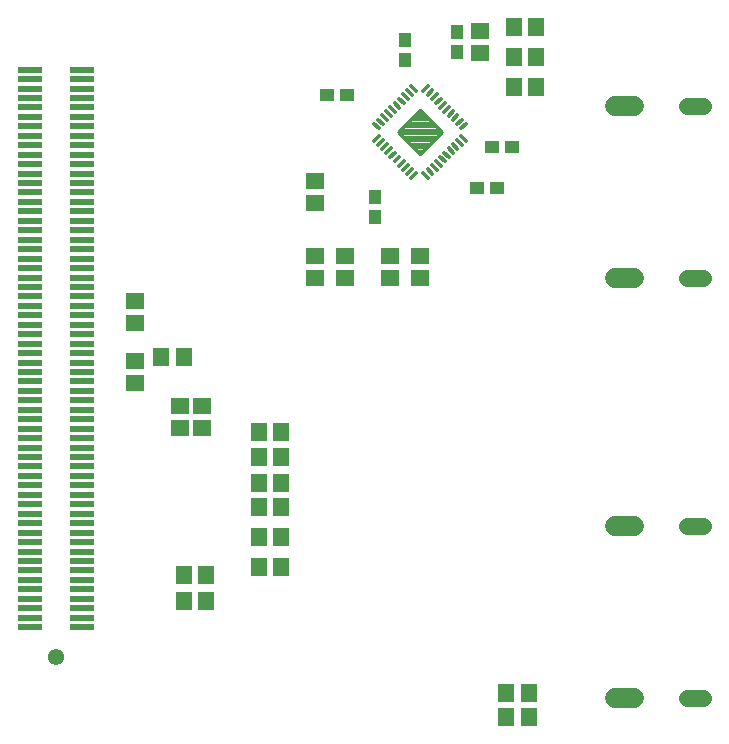
<source format=gbs>
G75*
%MOIN*%
%OFA0B0*%
%FSLAX25Y25*%
%IPPOS*%
%LPD*%
%AMOC8*
5,1,8,0,0,1.08239X$1,22.5*
%
%ADD10R,0.08300X0.02300*%
%ADD11C,0.05450*%
%ADD12R,0.06106X0.05318*%
%ADD13R,0.05318X0.06106*%
%ADD14C,0.06696*%
%ADD15C,0.05515*%
%ADD16C,0.01302*%
%ADD17C,0.01162*%
%ADD18R,0.04137X0.04531*%
%ADD19R,0.04531X0.04137*%
D10*
X0046800Y0062815D03*
X0046800Y0065965D03*
X0046800Y0069114D03*
X0046800Y0072264D03*
X0046800Y0075413D03*
X0046800Y0078563D03*
X0046800Y0081713D03*
X0046800Y0084862D03*
X0046800Y0088012D03*
X0046800Y0091162D03*
X0046800Y0094311D03*
X0046800Y0097461D03*
X0046800Y0100610D03*
X0046800Y0103760D03*
X0046800Y0106910D03*
X0046800Y0110059D03*
X0046800Y0113209D03*
X0046800Y0116358D03*
X0046800Y0119508D03*
X0046800Y0122658D03*
X0046800Y0125807D03*
X0046800Y0128957D03*
X0046800Y0132106D03*
X0046800Y0135256D03*
X0046800Y0138406D03*
X0046800Y0141555D03*
X0046800Y0144705D03*
X0046800Y0147854D03*
X0046800Y0151004D03*
X0046800Y0154154D03*
X0046800Y0157303D03*
X0046800Y0160453D03*
X0046800Y0163602D03*
X0046800Y0166752D03*
X0046800Y0169902D03*
X0046800Y0173051D03*
X0046800Y0176201D03*
X0046800Y0179351D03*
X0046800Y0182500D03*
X0046800Y0185650D03*
X0046800Y0188799D03*
X0046800Y0191949D03*
X0046800Y0195099D03*
X0046800Y0198248D03*
X0046800Y0201398D03*
X0046800Y0204547D03*
X0046800Y0207697D03*
X0046800Y0210847D03*
X0046800Y0213996D03*
X0046800Y0217146D03*
X0046800Y0220295D03*
X0046800Y0223445D03*
X0046800Y0226595D03*
X0046800Y0229744D03*
X0046800Y0232894D03*
X0046800Y0236043D03*
X0046800Y0239193D03*
X0046800Y0242343D03*
X0046800Y0245492D03*
X0046800Y0248642D03*
X0064123Y0248642D03*
X0064123Y0245492D03*
X0064123Y0242343D03*
X0064123Y0239193D03*
X0064123Y0236043D03*
X0064123Y0232894D03*
X0064123Y0229744D03*
X0064123Y0226595D03*
X0064123Y0223445D03*
X0064123Y0220295D03*
X0064123Y0217146D03*
X0064123Y0213996D03*
X0064123Y0210847D03*
X0064123Y0207697D03*
X0064123Y0204547D03*
X0064123Y0201398D03*
X0064123Y0198248D03*
X0064123Y0195099D03*
X0064123Y0191949D03*
X0064123Y0188799D03*
X0064123Y0185650D03*
X0064123Y0182500D03*
X0064123Y0179351D03*
X0064123Y0176201D03*
X0064123Y0173051D03*
X0064123Y0169902D03*
X0064123Y0166752D03*
X0064123Y0163602D03*
X0064123Y0160453D03*
X0064123Y0157303D03*
X0064123Y0154154D03*
X0064123Y0151004D03*
X0064123Y0147854D03*
X0064123Y0144705D03*
X0064123Y0141555D03*
X0064123Y0138406D03*
X0064123Y0135256D03*
X0064123Y0132106D03*
X0064123Y0128957D03*
X0064123Y0125807D03*
X0064123Y0122658D03*
X0064123Y0119508D03*
X0064123Y0116358D03*
X0064123Y0113209D03*
X0064123Y0110059D03*
X0064123Y0106910D03*
X0064123Y0103760D03*
X0064123Y0100610D03*
X0064123Y0097461D03*
X0064123Y0094311D03*
X0064123Y0091162D03*
X0064123Y0088012D03*
X0064123Y0084862D03*
X0064123Y0081713D03*
X0064123Y0078563D03*
X0064123Y0075413D03*
X0064123Y0072264D03*
X0064123Y0069114D03*
X0064123Y0065965D03*
X0064123Y0062815D03*
D11*
X0055500Y0052915D03*
D12*
X0096800Y0129075D03*
X0096800Y0136555D03*
X0104300Y0136555D03*
X0104300Y0129075D03*
X0081800Y0144075D03*
X0081800Y0151555D03*
X0081800Y0164075D03*
X0081800Y0171555D03*
X0141800Y0179075D03*
X0141800Y0186555D03*
X0151800Y0186555D03*
X0151800Y0179075D03*
X0166800Y0179075D03*
X0166800Y0186555D03*
X0176800Y0186555D03*
X0176800Y0179075D03*
X0141800Y0204075D03*
X0141800Y0211555D03*
X0196800Y0254075D03*
X0196800Y0261555D03*
D13*
X0208060Y0262815D03*
X0215540Y0262815D03*
X0215540Y0252815D03*
X0208060Y0252815D03*
X0208060Y0242815D03*
X0215540Y0242815D03*
X0130540Y0127815D03*
X0123060Y0127815D03*
X0123060Y0119690D03*
X0130540Y0119690D03*
X0130540Y0110940D03*
X0123060Y0110940D03*
X0123060Y0102815D03*
X0130540Y0102815D03*
X0130540Y0092815D03*
X0123060Y0092815D03*
X0123060Y0082815D03*
X0130540Y0082815D03*
X0105540Y0080315D03*
X0098060Y0080315D03*
X0098060Y0071565D03*
X0105540Y0071565D03*
X0098040Y0152815D03*
X0090560Y0152815D03*
X0205560Y0040940D03*
X0213040Y0040940D03*
X0213040Y0032815D03*
X0205560Y0032815D03*
D14*
X0241859Y0039272D02*
X0248355Y0039272D01*
X0248355Y0096358D02*
X0241859Y0096358D01*
X0241859Y0179272D02*
X0248355Y0179272D01*
X0248355Y0236358D02*
X0241859Y0236358D01*
D15*
X0265914Y0236358D02*
X0271229Y0236358D01*
X0271229Y0179272D02*
X0265914Y0179272D01*
X0265914Y0096358D02*
X0271229Y0096358D01*
X0271229Y0039272D02*
X0265914Y0039272D01*
D16*
X0179611Y0212476D02*
X0178025Y0214062D01*
X0179417Y0215454D02*
X0181003Y0213868D01*
X0182395Y0215260D02*
X0180809Y0216846D01*
X0182201Y0218238D02*
X0183787Y0216652D01*
X0185179Y0218044D02*
X0183593Y0219630D01*
X0184985Y0221022D02*
X0186571Y0219436D01*
X0187963Y0220828D02*
X0186377Y0222414D01*
X0187769Y0223806D02*
X0189355Y0222220D01*
X0190747Y0223612D02*
X0189161Y0225198D01*
X0190553Y0226590D02*
X0192139Y0225004D01*
X0190553Y0229040D02*
X0192139Y0230626D01*
X0190747Y0232018D02*
X0189161Y0230432D01*
X0187769Y0231824D02*
X0189355Y0233410D01*
X0187963Y0234802D02*
X0186377Y0233216D01*
X0184985Y0234608D02*
X0186571Y0236194D01*
X0185179Y0237586D02*
X0183593Y0236000D01*
X0182201Y0237392D02*
X0183787Y0238978D01*
X0182395Y0240370D02*
X0180809Y0238784D01*
X0179417Y0240176D02*
X0181003Y0241762D01*
X0179611Y0243154D02*
X0178025Y0241568D01*
X0175575Y0241568D02*
X0173989Y0243154D01*
X0172597Y0241762D02*
X0174183Y0240176D01*
X0172791Y0238784D02*
X0171205Y0240370D01*
X0169813Y0238978D02*
X0171399Y0237392D01*
X0170007Y0236000D02*
X0168421Y0237586D01*
X0167029Y0236194D02*
X0168615Y0234608D01*
X0167223Y0233216D02*
X0165637Y0234802D01*
X0164245Y0233410D02*
X0165831Y0231824D01*
X0164439Y0230432D02*
X0162853Y0232018D01*
X0161461Y0230626D02*
X0163047Y0229040D01*
X0163047Y0226590D02*
X0161461Y0225004D01*
X0162853Y0223612D02*
X0164439Y0225198D01*
X0165831Y0223806D02*
X0164245Y0222220D01*
X0165637Y0220828D02*
X0167223Y0222414D01*
X0168615Y0221022D02*
X0167029Y0219436D01*
X0168421Y0218044D02*
X0170007Y0219630D01*
X0171399Y0218238D02*
X0169813Y0216652D01*
X0171205Y0215260D02*
X0172791Y0216846D01*
X0174183Y0215454D02*
X0172597Y0213868D01*
X0173989Y0212476D02*
X0175575Y0214062D01*
D17*
X0184192Y0227815D02*
X0176800Y0235207D01*
X0184192Y0227815D02*
X0176800Y0220423D01*
X0169408Y0227815D01*
X0176800Y0235207D01*
X0177961Y0221584D02*
X0175639Y0221584D01*
X0174478Y0222745D02*
X0179122Y0222745D01*
X0180283Y0223906D02*
X0173317Y0223906D01*
X0172156Y0225067D02*
X0181444Y0225067D01*
X0182605Y0226228D02*
X0170995Y0226228D01*
X0169834Y0227389D02*
X0183766Y0227389D01*
X0183457Y0228550D02*
X0170143Y0228550D01*
X0171304Y0229711D02*
X0182296Y0229711D01*
X0181135Y0230872D02*
X0172465Y0230872D01*
X0173626Y0232033D02*
X0179974Y0232033D01*
X0178813Y0233194D02*
X0174787Y0233194D01*
X0175948Y0234355D02*
X0177652Y0234355D01*
D18*
X0171800Y0251969D03*
X0171800Y0258662D03*
X0189300Y0261162D03*
X0189300Y0254469D03*
X0161800Y0206162D03*
X0161800Y0199469D03*
D19*
X0195954Y0209065D03*
X0202646Y0209065D03*
X0200954Y0222815D03*
X0207646Y0222815D03*
X0152646Y0240315D03*
X0145954Y0240315D03*
M02*

</source>
